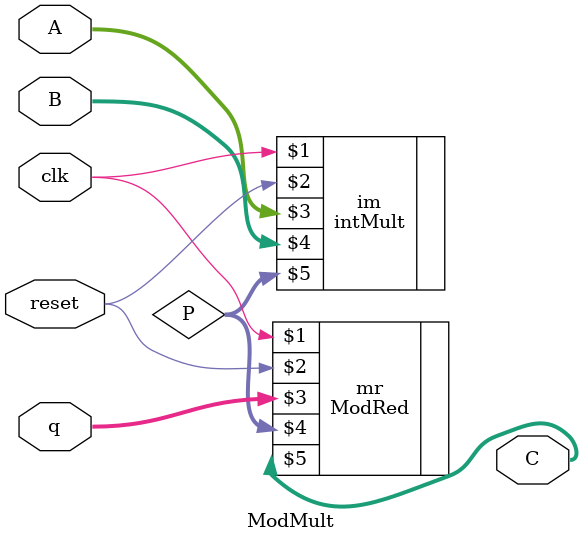
<source format=v>
module ModMult(input clk,reset,
               input [15:0] A,B,
               input [15:0] q,
               output[15:0] C);

// --------------------------------------------------------------- connections
wire [31:0] P;

// --------------------------------------------------------------- modules
intMult im(clk,reset,A,B,P);
ModRed  mr(clk,reset,q,P,C);

endmodule
</source>
